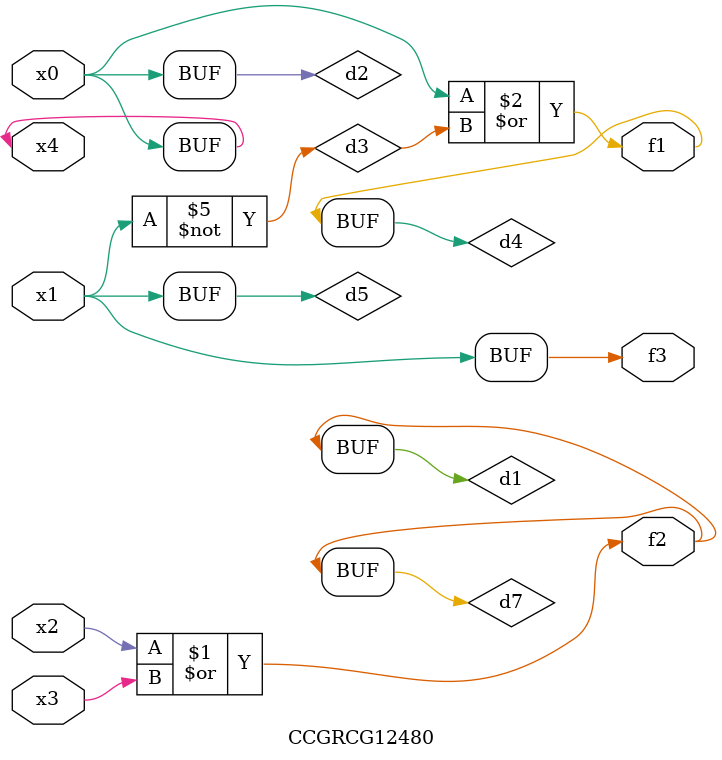
<source format=v>
module CCGRCG12480(
	input x0, x1, x2, x3, x4,
	output f1, f2, f3
);

	wire d1, d2, d3, d4, d5, d6, d7;

	or (d1, x2, x3);
	buf (d2, x0, x4);
	not (d3, x1);
	or (d4, d2, d3);
	not (d5, d3);
	nand (d6, d1, d3);
	or (d7, d1);
	assign f1 = d4;
	assign f2 = d7;
	assign f3 = d5;
endmodule

</source>
